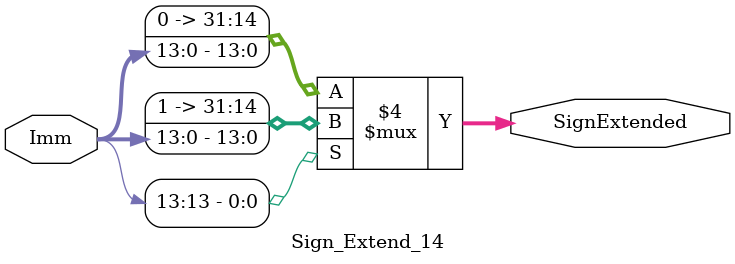
<source format=v>
module Sign_Extend_14(Imm, SignExtended);

input [13:0] Imm;
output reg [31:0] SignExtended;


always @(*) begin
if (Imm[13] == 1'b1) // Check the sign bit
SignExtended = {18'b111111111111111111, Imm}; // Sign extend with 1's
else
SignExtended = {18'b000000000000000000, Imm}; // Sign extend with 0's
end

endmodule
</source>
